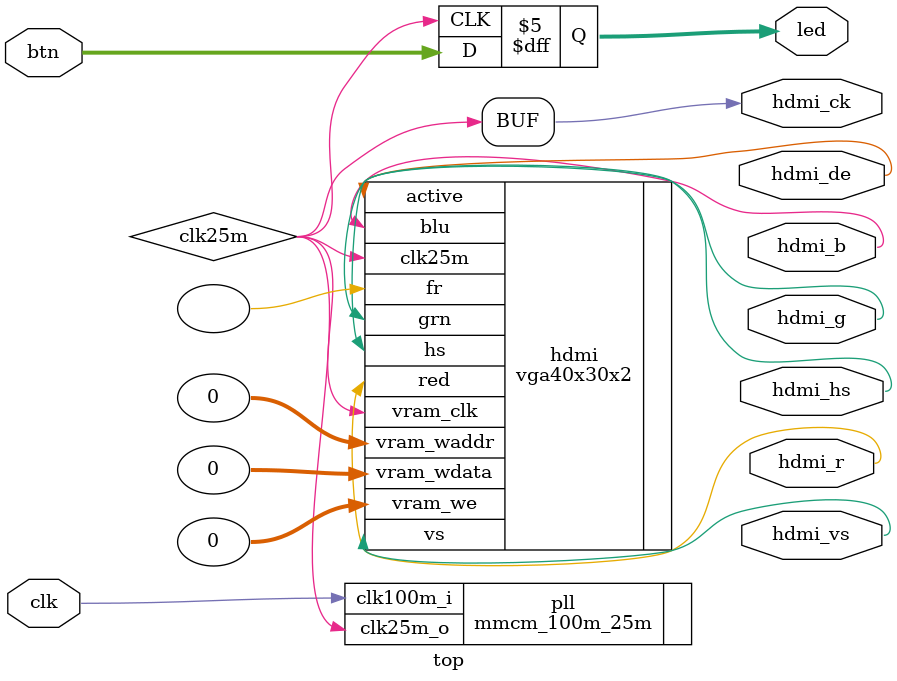
<source format=sv>

`default_nettype none

module top(
	input wire clk,
	input wire [3:0]btn,
	output wire hdmi_r,
	output wire hdmi_g,
	output wire hdmi_b,
	output wire hdmi_hs,
	output wire hdmi_vs,
	output wire hdmi_ck,
	output wire hdmi_de,
	output reg [3:0]led
);

wire clk25m;

assign hdmi_ck = clk25m;

mmcm_100m_25m pll(
    .clk100m_i(clk),
    .clk25m_o(clk25m)
    );
    
always_ff @(posedge clk25m) begin
	led[0] <= btn[0];
	led[1] <= btn[1];
	led[2] <= btn[2];
	led[3] <= btn[3];
end

vga40x30x2 #(
    .BPP(1),
    .RGB(0)
    )hdmi(
    .clk25m(clk25m),
    .red(hdmi_r),
    .grn(hdmi_g),
    .blu(hdmi_b),
    .hs(hdmi_hs),
    .vs(hdmi_vs),
    .fr(),
    .active(hdmi_de),
    .vram_clk(clk25m),
    .vram_waddr(0),
    .vram_wdata(0),
    .vram_we(0)
    );
    
endmodule

</source>
